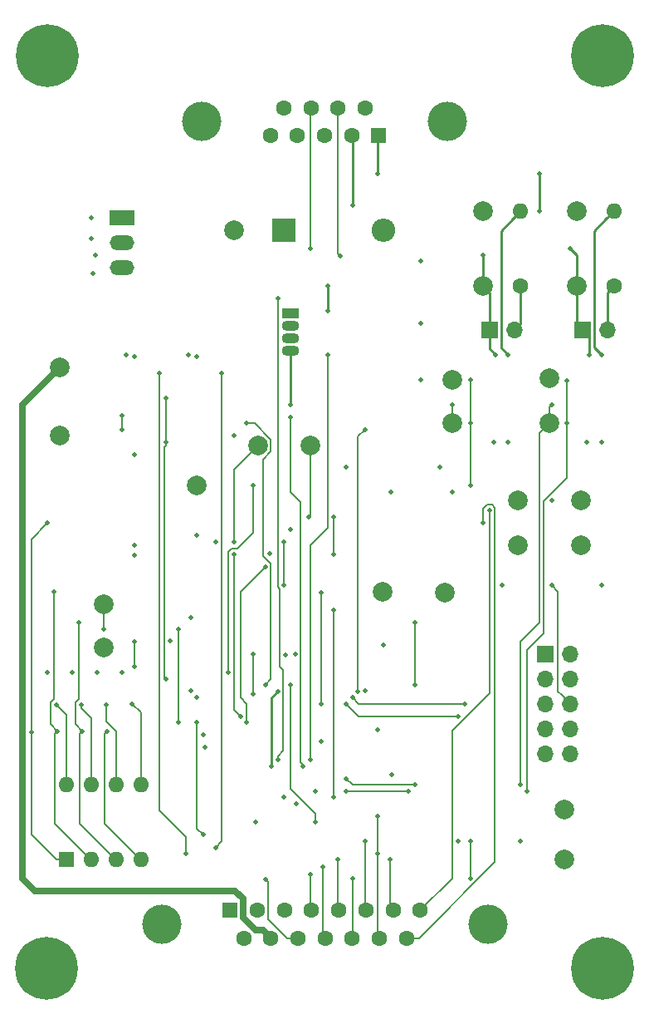
<source format=gbr>
G04 #@! TF.GenerationSoftware,KiCad,Pcbnew,(5.0.0)*
G04 #@! TF.CreationDate,2018-09-23T19:53:47-04:00*
G04 #@! TF.ProjectId,MDAS_Controller_V2,4D4441535F436F6E74726F6C6C65725F,rev?*
G04 #@! TF.SameCoordinates,Original*
G04 #@! TF.FileFunction,Copper,L4,Bot,Signal*
G04 #@! TF.FilePolarity,Positive*
%FSLAX46Y46*%
G04 Gerber Fmt 4.6, Leading zero omitted, Abs format (unit mm)*
G04 Created by KiCad (PCBNEW (5.0.0)) date 09/23/18 19:53:47*
%MOMM*%
%LPD*%
G01*
G04 APERTURE LIST*
G04 #@! TA.AperFunction,ComponentPad*
%ADD10C,2.000000*%
G04 #@! TD*
G04 #@! TA.AperFunction,ComponentPad*
%ADD11O,2.400000X2.400000*%
G04 #@! TD*
G04 #@! TA.AperFunction,ComponentPad*
%ADD12R,2.400000X2.400000*%
G04 #@! TD*
G04 #@! TA.AperFunction,ComponentPad*
%ADD13C,4.000000*%
G04 #@! TD*
G04 #@! TA.AperFunction,ComponentPad*
%ADD14C,1.600000*%
G04 #@! TD*
G04 #@! TA.AperFunction,ComponentPad*
%ADD15R,1.600000X1.600000*%
G04 #@! TD*
G04 #@! TA.AperFunction,ComponentPad*
%ADD16O,1.700000X1.700000*%
G04 #@! TD*
G04 #@! TA.AperFunction,ComponentPad*
%ADD17R,1.700000X1.700000*%
G04 #@! TD*
G04 #@! TA.AperFunction,ComponentPad*
%ADD18O,1.600000X1.600000*%
G04 #@! TD*
G04 #@! TA.AperFunction,ComponentPad*
%ADD19O,2.500000X1.500000*%
G04 #@! TD*
G04 #@! TA.AperFunction,ComponentPad*
%ADD20R,2.500000X1.500000*%
G04 #@! TD*
G04 #@! TA.AperFunction,ComponentPad*
%ADD21R,1.800000X1.070000*%
G04 #@! TD*
G04 #@! TA.AperFunction,ComponentPad*
%ADD22O,1.800000X1.070000*%
G04 #@! TD*
G04 #@! TA.AperFunction,ComponentPad*
%ADD23C,6.400000*%
G04 #@! TD*
G04 #@! TA.AperFunction,ViaPad*
%ADD24C,0.508000*%
G04 #@! TD*
G04 #@! TA.AperFunction,Conductor*
%ADD25C,0.203200*%
G04 #@! TD*
G04 #@! TA.AperFunction,Conductor*
%ADD26C,0.254000*%
G04 #@! TD*
G04 #@! TA.AperFunction,Conductor*
%ADD27C,0.635000*%
G04 #@! TD*
G04 APERTURE END LIST*
D10*
G04 #@! TO.P,SW2,1*
G04 #@! TO.N,SW2P*
X154178000Y-93345000D03*
G04 #@! TD*
D11*
G04 #@! TO.P,D2,2*
G04 #@! TO.N,GND*
X154305000Y-56515000D03*
D12*
G04 #@! TO.P,D2,1*
G04 #@! TO.N,+12V*
X144145000Y-56515000D03*
G04 #@! TD*
D13*
G04 #@! TO.P,J3,0*
G04 #@! TO.N,N/C*
X164978200Y-127251600D03*
X131678200Y-127251600D03*
D14*
G04 #@! TO.P,J3,15*
G04 #@! TO.N,SW2*
X156638200Y-128671600D03*
G04 #@! TO.P,J3,14*
G04 #@! TO.N,T5*
X153868200Y-128671600D03*
G04 #@! TO.P,J3,13*
G04 #@! TO.N,GPI2*
X151098200Y-128671600D03*
G04 #@! TO.P,J3,12*
G04 #@! TO.N,AI2H*
X148328200Y-128671600D03*
G04 #@! TO.P,J3,11*
G04 #@! TO.N,AI4H*
X145558200Y-128671600D03*
G04 #@! TO.P,J3,10*
G04 #@! TO.N,+5V*
X142788200Y-128671600D03*
G04 #@! TO.P,J3,9*
G04 #@! TO.N,GND*
X140018200Y-128671600D03*
G04 #@! TO.P,J3,8*
G04 #@! TO.N,SW1*
X158023200Y-125831600D03*
G04 #@! TO.P,J3,7*
G04 #@! TO.N,T2*
X155253200Y-125831600D03*
G04 #@! TO.P,J3,6*
G04 #@! TO.N,GPI1*
X152483200Y-125831600D03*
G04 #@! TO.P,J3,5*
G04 #@! TO.N,AI1H*
X149713200Y-125831600D03*
G04 #@! TO.P,J3,4*
G04 #@! TO.N,AI3H*
X146943200Y-125831600D03*
G04 #@! TO.P,J3,3*
G04 #@! TO.N,+3V3*
X144173200Y-125831600D03*
G04 #@! TO.P,J3,2*
G04 #@! TO.N,+12V*
X141403200Y-125831600D03*
D15*
G04 #@! TO.P,J3,1*
G04 #@! TO.N,GND*
X138633200Y-125831600D03*
G04 #@! TD*
D16*
G04 #@! TO.P,JTAG,10*
G04 #@! TO.N,GND*
X173355000Y-109855000D03*
G04 #@! TO.P,JTAG,9*
X170815000Y-109855000D03*
G04 #@! TO.P,JTAG,8*
G04 #@! TO.N,+3V3*
X173355000Y-107315000D03*
G04 #@! TO.P,JTAG,7*
G04 #@! TO.N,RXD*
X170815000Y-107315000D03*
G04 #@! TO.P,JTAG,6*
G04 #@! TO.N,RST*
X173355000Y-104775000D03*
G04 #@! TO.P,JTAG,5*
G04 #@! TO.N,TXD*
X170815000Y-104775000D03*
G04 #@! TO.P,JTAG,4*
G04 #@! TO.N,TDI*
X173355000Y-102235000D03*
G04 #@! TO.P,JTAG,3*
G04 #@! TO.N,TDO*
X170815000Y-102235000D03*
G04 #@! TO.P,JTAG,2*
G04 #@! TO.N,TMS*
X173355000Y-99695000D03*
D17*
G04 #@! TO.P,JTAG,1*
G04 #@! TO.N,TCK*
X170815000Y-99695000D03*
G04 #@! TD*
D10*
G04 #@! TO.P,AI4B,1*
G04 #@! TO.N,AI4B*
X141478000Y-78486000D03*
G04 #@! TD*
D18*
G04 #@! TO.P,R16,2*
G04 #@! TO.N,CAN0L*
X168275000Y-54610000D03*
D14*
G04 #@! TO.P,R16,1*
G04 #@! TO.N,Net-(JP2-Pad2)*
X168275000Y-62230000D03*
G04 #@! TD*
D10*
G04 #@! TO.P,CAN0L,1*
G04 #@! TO.N,CAN0L*
X164465000Y-54610000D03*
G04 #@! TD*
G04 #@! TO.P,CAN0H,1*
G04 #@! TO.N,CAN0H*
X164465000Y-62230000D03*
G04 #@! TD*
D16*
G04 #@! TO.P,JP1,2*
G04 #@! TO.N,Net-(JP1-Pad2)*
X177165000Y-66675000D03*
D17*
G04 #@! TO.P,JP1,1*
G04 #@! TO.N,CAN1H*
X174625000Y-66675000D03*
G04 #@! TD*
D16*
G04 #@! TO.P,JP2,2*
G04 #@! TO.N,Net-(JP2-Pad2)*
X167640000Y-66675000D03*
D17*
G04 #@! TO.P,JP2,1*
G04 #@! TO.N,CAN0H*
X165100000Y-66675000D03*
G04 #@! TD*
D18*
G04 #@! TO.P,R15,2*
G04 #@! TO.N,CAN1L*
X177800000Y-54610000D03*
D14*
G04 #@! TO.P,R15,1*
G04 #@! TO.N,Net-(JP1-Pad2)*
X177800000Y-62230000D03*
G04 #@! TD*
D10*
G04 #@! TO.P,RST,1*
G04 #@! TO.N,GND*
X174456817Y-84105545D03*
G04 #@! TO.P,RST,2*
G04 #@! TO.N,RST*
X174456817Y-88605545D03*
G04 #@! TO.P,RST,1*
G04 #@! TO.N,GND*
X167956817Y-84105545D03*
G04 #@! TO.P,RST,2*
G04 #@! TO.N,RST*
X167956817Y-88605545D03*
G04 #@! TD*
D18*
G04 #@! TO.P,SW1,8*
G04 #@! TO.N,Net-(R14-Pad1)*
X121920000Y-113030000D03*
G04 #@! TO.P,SW1,4*
G04 #@! TO.N,Net-(R7-Pad2)*
X129540000Y-120650000D03*
G04 #@! TO.P,SW1,7*
G04 #@! TO.N,Net-(R12-Pad1)*
X124460000Y-113030000D03*
G04 #@! TO.P,SW1,3*
G04 #@! TO.N,Net-(R9-Pad2)*
X127000000Y-120650000D03*
G04 #@! TO.P,SW1,6*
G04 #@! TO.N,Net-(R10-Pad1)*
X127000000Y-113030000D03*
G04 #@! TO.P,SW1,2*
G04 #@! TO.N,Net-(R11-Pad2)*
X124460000Y-120650000D03*
G04 #@! TO.P,SW1,5*
G04 #@! TO.N,Net-(R8-Pad1)*
X129540000Y-113030000D03*
D15*
G04 #@! TO.P,SW1,1*
G04 #@! TO.N,Net-(R13-Pad2)*
X121920000Y-120650000D03*
G04 #@! TD*
D10*
G04 #@! TO.P,+12V,1*
G04 #@! TO.N,+12V*
X139065000Y-56515000D03*
G04 #@! TD*
G04 #@! TO.P,+5V,1*
G04 #@! TO.N,+5V*
X121285000Y-70485000D03*
G04 #@! TD*
G04 #@! TO.P,+3V3,1*
G04 #@! TO.N,+3V3*
X135255000Y-82550000D03*
G04 #@! TD*
G04 #@! TO.P,T2,1*
G04 #@! TO.N,T2*
X172720000Y-120650000D03*
G04 #@! TD*
G04 #@! TO.P,T5,1*
G04 #@! TO.N,T5*
X172720000Y-115570000D03*
G04 #@! TD*
G04 #@! TO.P,GND,1*
G04 #@! TO.N,GND*
X121285000Y-77470000D03*
G04 #@! TD*
G04 #@! TO.P,SW1,1*
G04 #@! TO.N,SW1P*
X160528000Y-93472000D03*
G04 #@! TD*
G04 #@! TO.P,CAN1H,1*
G04 #@! TO.N,CAN1H*
X173990000Y-62230000D03*
G04 #@! TD*
G04 #@! TO.P,CAN1L,1*
G04 #@! TO.N,CAN1L*
X173990000Y-54610000D03*
G04 #@! TD*
G04 #@! TO.P,AI3B,1*
G04 #@! TO.N,AI3B*
X146812000Y-78486000D03*
G04 #@! TD*
G04 #@! TO.P,AI1B,1*
G04 #@! TO.N,AI1B*
X125730000Y-99060000D03*
G04 #@! TD*
G04 #@! TO.P,AI2B,1*
G04 #@! TO.N,AI2B*
X125730000Y-94615000D03*
G04 #@! TD*
D19*
G04 #@! TO.P,U2,3*
G04 #@! TO.N,+5V*
X127635000Y-60325000D03*
G04 #@! TO.P,U2,2*
G04 #@! TO.N,GND*
X127635000Y-57785000D03*
D20*
G04 #@! TO.P,U2,1*
G04 #@! TO.N,+12V*
X127635000Y-55245000D03*
G04 #@! TD*
D21*
G04 #@! TO.P,D3,1*
G04 #@! TO.N,Net-(D3-Pad1)*
X144780000Y-65024000D03*
D22*
G04 #@! TO.P,D3,2*
G04 #@! TO.N,+5V*
X144780000Y-66294000D03*
G04 #@! TO.P,D3,3*
G04 #@! TO.N,Net-(D3-Pad3)*
X144780000Y-67564000D03*
G04 #@! TO.P,D3,4*
G04 #@! TO.N,Net-(D3-Pad4)*
X144780000Y-68834000D03*
G04 #@! TD*
D23*
G04 #@! TO.P,MH1,1*
G04 #@! TO.N,Net-(MH1-Pad1)*
X119942620Y-38809940D03*
G04 #@! TD*
G04 #@! TO.P,MH2,1*
G04 #@! TO.N,Net-(MH2-Pad1)*
X176599840Y-38812480D03*
G04 #@! TD*
G04 #@! TO.P,MH3,1*
G04 #@! TO.N,Net-(MH3-Pad1)*
X119935000Y-131728200D03*
G04 #@! TD*
G04 #@! TO.P,MH4,1*
G04 #@! TO.N,Net-(MH4-Pad1)*
X176610000Y-131728200D03*
G04 #@! TD*
D15*
G04 #@! TO.P,J2,1*
G04 #@! TO.N,CAN1L*
X153801200Y-46913800D03*
D14*
G04 #@! TO.P,J2,2*
G04 #@! TO.N,CAN0L*
X151031200Y-46913800D03*
G04 #@! TO.P,J2,3*
G04 #@! TO.N,GND*
X148261200Y-46913800D03*
G04 #@! TO.P,J2,4*
G04 #@! TO.N,Net-(J2-Pad4)*
X145491200Y-46913800D03*
G04 #@! TO.P,J2,5*
G04 #@! TO.N,Net-(J2-Pad5)*
X142721200Y-46913800D03*
G04 #@! TO.P,J2,6*
G04 #@! TO.N,GND*
X152416200Y-44073800D03*
G04 #@! TO.P,J2,7*
G04 #@! TO.N,CAN0H*
X149646200Y-44073800D03*
G04 #@! TO.P,J2,8*
G04 #@! TO.N,CAN1H*
X146876200Y-44073800D03*
G04 #@! TO.P,J2,9*
G04 #@! TO.N,+12V*
X144106200Y-44073800D03*
D13*
G04 #@! TO.P,J2,0*
G04 #@! TO.N,N/C*
X160761200Y-45493800D03*
X135761200Y-45493800D03*
G04 #@! TD*
D10*
G04 #@! TO.P,CAN0RX,1*
G04 #@! TO.N,CAN0RX*
X161290000Y-76200000D03*
G04 #@! TD*
G04 #@! TO.P,CAN0TX,1*
G04 #@! TO.N,CAN0TX*
X161290000Y-71755000D03*
G04 #@! TD*
G04 #@! TO.P,CAN1RX,1*
G04 #@! TO.N,CAN1RX*
X171196000Y-76200000D03*
G04 #@! TD*
G04 #@! TO.P,CAN1TX,1*
G04 #@! TO.N,CAN1TX*
X171196000Y-71628000D03*
G04 #@! TD*
D24*
G04 #@! TO.N,RST*
X171450000Y-92710000D03*
G04 #@! TO.N,GND*
X124861000Y-59055000D03*
X124460000Y-57367500D03*
X128884534Y-69415466D03*
X135234534Y-69415466D03*
X128905000Y-88646000D03*
X137160000Y-88265000D03*
X158115000Y-66040000D03*
X158115000Y-59690000D03*
X158115000Y-71755000D03*
X165495000Y-78105000D03*
X175020000Y-78105000D03*
X150495000Y-80645000D03*
X144780000Y-86995000D03*
X134620000Y-96012000D03*
X136070000Y-109220000D03*
X141210000Y-116840000D03*
X155128367Y-112014000D03*
X154305000Y-98820000D03*
X153670000Y-107430000D03*
X171450000Y-84105545D03*
X176530000Y-92710000D03*
X144260000Y-99810000D03*
X135255000Y-104140000D03*
X145415000Y-114935000D03*
X155067000Y-83185000D03*
X161290000Y-83185000D03*
X120015000Y-101600000D03*
X122555000Y-101600000D03*
X125095000Y-101600000D03*
X127635000Y-101600000D03*
X168275000Y-118745000D03*
X161925000Y-118745000D03*
X139065000Y-77470000D03*
X147320000Y-113665000D03*
G04 #@! TO.N,+3V3*
X135255000Y-87630000D03*
X167005000Y-78105000D03*
X176530000Y-78105000D03*
X160020000Y-80645000D03*
X142635000Y-89455000D03*
X132475000Y-98345000D03*
X135890000Y-107930000D03*
X152400000Y-103494000D03*
X147955000Y-108585000D03*
X166370000Y-92710000D03*
X145265000Y-99695000D03*
X134620000Y-103430000D03*
X144145000Y-114300000D03*
G04 #@! TO.N,Net-(C10-Pad1)*
X142875000Y-111125000D03*
X143510000Y-103505000D03*
G04 #@! TO.N,+12V*
X124460000Y-55245000D03*
G04 #@! TO.N,+5V*
X124677500Y-60960000D03*
X128030000Y-69215000D03*
X134380000Y-69215000D03*
X128905000Y-89648000D03*
X128905000Y-79375000D03*
G04 #@! TO.N,Net-(D3-Pad1)*
X148590000Y-64770000D03*
X148590000Y-62230000D03*
G04 #@! TO.N,Net-(D3-Pad4)*
X144780000Y-74295000D03*
G04 #@! TO.N,GPI1*
X152400000Y-118745000D03*
G04 #@! TO.N,GPI2*
X163195000Y-118745000D03*
X163195000Y-122555000D03*
X151130000Y-122555000D03*
G04 #@! TO.N,TDI*
X157480000Y-102870000D03*
X157480000Y-96520000D03*
G04 #@! TO.N,TXD*
X162560000Y-104775000D03*
X151130000Y-104140000D03*
G04 #@! TO.N,RXD*
X161925000Y-106045000D03*
X150495000Y-104775000D03*
G04 #@! TO.N,CAN1L*
X170180000Y-54610000D03*
X170180000Y-50800000D03*
X153670000Y-50800000D03*
X176530000Y-69215000D03*
G04 #@! TO.N,CAN0L*
X151130000Y-53975000D03*
X167005000Y-69215000D03*
G04 #@! TO.N,CAN0H*
X164465000Y-59055000D03*
X165735000Y-69215000D03*
X149860000Y-59182000D03*
G04 #@! TO.N,CAN1H*
X173355000Y-58420000D03*
X175260000Y-69215000D03*
X146812000Y-58420000D03*
G04 #@! TO.N,AI4H*
X142240000Y-122682000D03*
G04 #@! TO.N,AI2H*
X148082000Y-121412000D03*
G04 #@! TO.N,SW2*
X164465000Y-86360000D03*
G04 #@! TO.N,T2*
X154940000Y-120650000D03*
X137795000Y-71120000D03*
X137160000Y-119448610D03*
G04 #@! TO.N,AI3H*
X146812000Y-122174000D03*
G04 #@! TO.N,AI1H*
X149606000Y-120650000D03*
G04 #@! TO.N,SW1*
X165100000Y-85090000D03*
G04 #@! TO.N,T5*
X153670000Y-116205000D03*
X131445000Y-71120000D03*
X134162800Y-120015000D03*
X153670000Y-120015000D03*
G04 #@! TO.N,LED_R*
X143510000Y-63500000D03*
X143510000Y-110490000D03*
G04 #@! TO.N,LED_G*
X144780000Y-75565000D03*
X146050000Y-111125000D03*
G04 #@! TO.N,LED_B*
X148590000Y-69215000D03*
X146812000Y-110490000D03*
G04 #@! TO.N,SCL*
X152400000Y-76835000D03*
X151688905Y-103506318D03*
G04 #@! TO.N,SDA*
X127635000Y-76835000D03*
X127635000Y-75401200D03*
X132080000Y-78105000D03*
X132080000Y-73660000D03*
X132080000Y-102235000D03*
G04 #@! TO.N,Net-(R7-Pad2)*
X126111000Y-107569000D03*
X133350000Y-106680000D03*
X133350000Y-97155000D03*
G04 #@! TO.N,Net-(R8-Pad1)*
X128651000Y-104775000D03*
G04 #@! TO.N,Net-(R9-Pad2)*
X123571000Y-107569000D03*
X123190000Y-96520000D03*
G04 #@! TO.N,Net-(R10-Pad1)*
X125984000Y-104902000D03*
G04 #@! TO.N,Net-(R11-Pad2)*
X121031000Y-107569000D03*
X120650000Y-93345000D03*
X144145000Y-92710000D03*
X144145000Y-88265000D03*
G04 #@! TO.N,Net-(R12-Pad1)*
X123444000Y-104902000D03*
G04 #@! TO.N,Net-(R13-Pad2)*
X118364000Y-107696000D03*
X120015000Y-86360000D03*
G04 #@! TO.N,Net-(R14-Pad1)*
X120904000Y-104902000D03*
G04 #@! TO.N,AI4B*
X139700000Y-106045000D03*
X139065000Y-89535000D03*
X139065000Y-88265000D03*
G04 #@! TO.N,AI3B*
X142240000Y-90805000D03*
X146685000Y-85725000D03*
X149225000Y-85725000D03*
X149225000Y-89535000D03*
X140335000Y-106680000D03*
G04 #@! TO.N,AI1B*
X140970000Y-99695000D03*
X140970000Y-103835200D03*
G04 #@! TO.N,AI2B*
X128905000Y-98425000D03*
X128905000Y-100985601D03*
X125730000Y-97155000D03*
G04 #@! TO.N,CAN1RX*
X171450000Y-74295000D03*
X168275000Y-113030000D03*
X157480000Y-113030000D03*
X150495000Y-112395000D03*
G04 #@! TO.N,CAN1TX*
X172974000Y-76200000D03*
X172974000Y-71882000D03*
X150495000Y-113665000D03*
X156845000Y-113665000D03*
X168910000Y-113665000D03*
G04 #@! TO.N,CAN0RX*
X161290000Y-74295000D03*
X140335000Y-76200000D03*
X142240000Y-102870000D03*
G04 #@! TO.N,CAN0TX*
X163195000Y-76200000D03*
X163195000Y-71755000D03*
X163195000Y-82550000D03*
X140970000Y-82550000D03*
X138430000Y-101600000D03*
G04 #@! TO.N,SW1P*
X149225000Y-114300000D03*
X149225000Y-95250000D03*
G04 #@! TO.N,SW2P*
X147955000Y-104775000D03*
X147955000Y-93472000D03*
G04 #@! TO.N,Net-(C26-Pad1)*
X147320000Y-116840000D03*
X144780000Y-102870000D03*
G04 #@! TO.N,Net-(C27-Pad1)*
X135890000Y-118110000D03*
X135255000Y-106680000D03*
G04 #@! TD*
D25*
G04 #@! TO.N,RST*
X172505001Y-103925001D02*
X173355000Y-104775000D01*
X172085000Y-103505000D02*
X172505001Y-103925001D01*
X172085000Y-93345000D02*
X172085000Y-103505000D01*
X171450000Y-92710000D02*
X172085000Y-93345000D01*
D26*
G04 #@! TO.N,Net-(C10-Pad1)*
X142875000Y-111125000D02*
X142875000Y-104140000D01*
X142875000Y-104140000D02*
X143510000Y-103505000D01*
D27*
G04 #@! TO.N,+5V*
X117475000Y-74295000D02*
X121285000Y-70485000D01*
X117475000Y-122555000D02*
X117475000Y-74295000D01*
X118745000Y-123825000D02*
X117475000Y-122555000D01*
X141988201Y-127871601D02*
X141206601Y-127871601D01*
X141206601Y-127871601D02*
X139928501Y-126593501D01*
X139928501Y-126593501D02*
X139928501Y-124635359D01*
X139928501Y-124635359D02*
X139118142Y-123825000D01*
X142788200Y-128671600D02*
X141988201Y-127871601D01*
X139118142Y-123825000D02*
X118745000Y-123825000D01*
D26*
G04 #@! TO.N,Net-(D3-Pad1)*
X148590000Y-64770000D02*
X148590000Y-62230000D01*
G04 #@! TO.N,Net-(D3-Pad4)*
X144780000Y-68834000D02*
X144780000Y-74295000D01*
D25*
G04 #@! TO.N,GPI1*
X152400000Y-125748400D02*
X152483200Y-125831600D01*
X152400000Y-118745000D02*
X152400000Y-125748400D01*
G04 #@! TO.N,GPI2*
X163195000Y-118745000D02*
X163195000Y-122555000D01*
X151130000Y-128639800D02*
X151098200Y-128671600D01*
X151130000Y-122555000D02*
X151130000Y-128639800D01*
G04 #@! TO.N,TDI*
X157480000Y-102870000D02*
X157480000Y-96520000D01*
G04 #@! TO.N,TXD*
X162560000Y-104775000D02*
X151765000Y-104775000D01*
X151765000Y-104775000D02*
X151130000Y-104140000D01*
G04 #@! TO.N,RXD*
X161925000Y-106045000D02*
X151765000Y-106045000D01*
X151765000Y-106045000D02*
X150495000Y-104775000D01*
D26*
G04 #@! TO.N,CAN1L*
X170180000Y-54610000D02*
X170180000Y-50800000D01*
X153670000Y-47045000D02*
X153801200Y-46913800D01*
X153670000Y-50800000D02*
X153670000Y-47045000D01*
X177000001Y-55409999D02*
X177800000Y-54610000D01*
X175805201Y-56604799D02*
X177000001Y-55409999D01*
X175805201Y-68490201D02*
X175805201Y-56604799D01*
X176530000Y-69215000D02*
X175805201Y-68490201D01*
G04 #@! TO.N,CAN0L*
X151130000Y-47012600D02*
X151031200Y-46913800D01*
X151130000Y-53975000D02*
X151130000Y-47012600D01*
X167475001Y-55409999D02*
X168275000Y-54610000D01*
X166280201Y-56604799D02*
X167475001Y-55409999D01*
X166280201Y-68490201D02*
X166280201Y-56604799D01*
X167005000Y-69215000D02*
X166280201Y-68490201D01*
G04 #@! TO.N,CAN0H*
X165100000Y-62865000D02*
X164465000Y-62230000D01*
X165100000Y-66675000D02*
X165100000Y-62865000D01*
X164465000Y-62230000D02*
X164465000Y-59055000D01*
X149860000Y-44287600D02*
X149646200Y-44073800D01*
X165100000Y-66675000D02*
X165100000Y-68580000D01*
X165100000Y-68580000D02*
X165735000Y-69215000D01*
D25*
X149606000Y-44114000D02*
X149646200Y-44073800D01*
X149860000Y-59182000D02*
X149606000Y-58928000D01*
X149606000Y-58928000D02*
X149606000Y-44114000D01*
D26*
G04 #@! TO.N,CAN1H*
X173990000Y-66040000D02*
X174625000Y-66675000D01*
X173990000Y-62230000D02*
X173990000Y-66040000D01*
X173990000Y-62230000D02*
X173990000Y-59055000D01*
X173990000Y-59055000D02*
X173355000Y-58420000D01*
X146685000Y-44265000D02*
X146876200Y-44073800D01*
X175260000Y-67310000D02*
X174625000Y-66675000D01*
X175260000Y-69215000D02*
X175260000Y-67310000D01*
D25*
X146812000Y-44138000D02*
X146876200Y-44073800D01*
X146812000Y-58420000D02*
X146812000Y-44138000D01*
G04 #@! TO.N,AI4H*
X144423306Y-128671600D02*
X145558200Y-128671600D01*
X142508001Y-126756295D02*
X144423306Y-128671600D01*
X142508001Y-122950001D02*
X142508001Y-126756295D01*
X142240000Y-122682000D02*
X142508001Y-122950001D01*
G04 #@! TO.N,AI2H*
X148082000Y-128425400D02*
X148328200Y-128671600D01*
X148082000Y-121412000D02*
X148082000Y-128425400D01*
G04 #@! TO.N,SW2*
X164465000Y-84897974D02*
X164831775Y-84531199D01*
X164465000Y-86360000D02*
X164465000Y-84897974D01*
X164831775Y-84531199D02*
X165368225Y-84531199D01*
X165368225Y-84531199D02*
X165658801Y-84821775D01*
X157769570Y-128671600D02*
X156638200Y-128671600D01*
X157905426Y-128671600D02*
X157769570Y-128671600D01*
X165658801Y-120918225D02*
X157905426Y-128671600D01*
X165658801Y-84821775D02*
X165658801Y-120918225D01*
G04 #@! TO.N,T2*
X154940000Y-125518400D02*
X155253200Y-125831600D01*
X154940000Y-120650000D02*
X154940000Y-125518400D01*
X137795000Y-71120000D02*
X137795000Y-118813610D01*
X137795000Y-118813610D02*
X137160000Y-119448610D01*
G04 #@! TO.N,AI3H*
X146812000Y-125700400D02*
X146943200Y-125831600D01*
X146812000Y-122174000D02*
X146812000Y-125700400D01*
G04 #@! TO.N,AI1H*
X149606000Y-125724400D02*
X149713200Y-125831600D01*
X149606000Y-120650000D02*
X149606000Y-125724400D01*
G04 #@! TO.N,SW1*
X165100000Y-85090000D02*
X165100000Y-103697026D01*
X165100000Y-103697026D02*
X161290000Y-107507026D01*
X161290000Y-122564800D02*
X158023200Y-125831600D01*
X161290000Y-107507026D02*
X161290000Y-122564800D01*
G04 #@! TO.N,T5*
X153670000Y-128473400D02*
X153868200Y-128671600D01*
X153670000Y-116205000D02*
X153670000Y-128473400D01*
X134162801Y-119837199D02*
X134010410Y-119989590D01*
X134162801Y-118349775D02*
X134162801Y-119837199D01*
X131445000Y-71120000D02*
X131445000Y-115631974D01*
X131445000Y-115631974D02*
X134162801Y-118349775D01*
X134010410Y-119989590D02*
X134137390Y-119989590D01*
X134137390Y-119989590D02*
X134162800Y-120015000D01*
D26*
G04 #@! TO.N,Net-(JP1-Pad2)*
X177165000Y-62865000D02*
X177800000Y-62230000D01*
X177165000Y-66675000D02*
X177165000Y-62865000D01*
G04 #@! TO.N,Net-(JP2-Pad2)*
X168275000Y-66040000D02*
X167640000Y-66675000D01*
X168275000Y-62230000D02*
X168275000Y-66040000D01*
D25*
G04 #@! TO.N,LED_R*
X143510000Y-92902026D02*
X143510000Y-63500000D01*
X143726599Y-93118625D02*
X143510000Y-92902026D01*
X143510000Y-110490000D02*
X143510000Y-110130790D01*
X143726599Y-100989573D02*
X143726599Y-93118625D01*
X144043401Y-101306375D02*
X143726599Y-100989573D01*
X144043401Y-109597389D02*
X144043401Y-101306375D01*
X143510000Y-110130790D02*
X144043401Y-109597389D01*
G04 #@! TO.N,LED_G*
X145798401Y-84203401D02*
X145798401Y-110741599D01*
X144780000Y-75565000D02*
X144780000Y-83185000D01*
X144780000Y-83185000D02*
X145798401Y-84203401D01*
X145798401Y-110741599D02*
X146050000Y-110993198D01*
X146050000Y-110993198D02*
X146050000Y-111125000D01*
G04 #@! TO.N,LED_B*
X146812000Y-88646000D02*
X148590000Y-86868000D01*
X146812000Y-110490000D02*
X146812000Y-88646000D01*
X148590000Y-69215000D02*
X148590000Y-86868000D01*
G04 #@! TO.N,SCL*
X152400000Y-76835000D02*
X151688905Y-77546095D01*
X151688905Y-77546095D02*
X151688905Y-103506318D01*
G04 #@! TO.N,SDA*
X127635000Y-76835000D02*
X127635000Y-75401200D01*
X132080000Y-78105000D02*
X132080000Y-73660000D01*
X131916199Y-102071199D02*
X132080000Y-102235000D01*
X131916199Y-78628011D02*
X131916199Y-102071199D01*
X132080000Y-78105000D02*
X132080000Y-78464210D01*
X132080000Y-78464210D02*
X131916199Y-78628011D01*
G04 #@! TO.N,Net-(R7-Pad2)*
X128740001Y-119850001D02*
X129540000Y-120650000D01*
X125857001Y-116967001D02*
X128740001Y-119850001D01*
X125857001Y-107822999D02*
X125857001Y-116967001D01*
X126111000Y-107569000D02*
X125857001Y-107822999D01*
X133350000Y-106680000D02*
X133350000Y-97155000D01*
G04 #@! TO.N,Net-(R8-Pad1)*
X129540000Y-105664000D02*
X129540000Y-113030000D01*
X128651000Y-104775000D02*
X129540000Y-105664000D01*
G04 #@! TO.N,Net-(R9-Pad2)*
X126200001Y-119850001D02*
X127000000Y-120650000D01*
X123317001Y-116967001D02*
X126200001Y-119850001D01*
X123317001Y-107822999D02*
X123317001Y-116967001D01*
X123571000Y-107569000D02*
X123317001Y-107822999D01*
X123190000Y-104328974D02*
X123190000Y-96520000D01*
X122885199Y-104633775D02*
X123190000Y-104328974D01*
X123571000Y-107569000D02*
X122885199Y-106883199D01*
X122885199Y-106883199D02*
X122885199Y-104633775D01*
G04 #@! TO.N,Net-(R10-Pad1)*
X127000000Y-107630974D02*
X127000000Y-113030000D01*
X125984000Y-106614974D02*
X127000000Y-107630974D01*
X125984000Y-104902000D02*
X125984000Y-106614974D01*
G04 #@! TO.N,Net-(R11-Pad2)*
X123660001Y-119850001D02*
X124460000Y-120650000D01*
X120777001Y-116967001D02*
X123660001Y-119850001D01*
X120777001Y-107822999D02*
X120777001Y-116967001D01*
X121031000Y-107569000D02*
X120777001Y-107822999D01*
X120650000Y-104328974D02*
X120650000Y-93345000D01*
X120345199Y-104633775D02*
X120650000Y-104328974D01*
X121031000Y-107569000D02*
X120345199Y-106883199D01*
X120345199Y-106883199D02*
X120345199Y-104633775D01*
X144145000Y-92710000D02*
X144145000Y-88265000D01*
G04 #@! TO.N,Net-(R12-Pad1)*
X124460000Y-106277210D02*
X124460000Y-113030000D01*
X123444000Y-105261210D02*
X124460000Y-106277210D01*
X123444000Y-104902000D02*
X123444000Y-105261210D01*
G04 #@! TO.N,Net-(R13-Pad2)*
X120916800Y-120650000D02*
X121920000Y-120650000D01*
X118364000Y-118097200D02*
X120916800Y-120650000D01*
X118364000Y-107696000D02*
X118364000Y-118097200D01*
X118364000Y-107696000D02*
X118364000Y-88011000D01*
X118364000Y-88011000D02*
X120015000Y-86360000D01*
G04 #@! TO.N,Net-(R14-Pad1)*
X121920000Y-105918000D02*
X121920000Y-113030000D01*
X120904000Y-104902000D02*
X121920000Y-105918000D01*
G04 #@! TO.N,AI4B*
X139700000Y-106045000D02*
X139065000Y-105410000D01*
X139065000Y-105410000D02*
X139065000Y-89535000D01*
X139065000Y-80899000D02*
X141478000Y-78486000D01*
X139065000Y-88265000D02*
X139065000Y-80899000D01*
G04 #@! TO.N,AI3B*
X139700000Y-93345000D02*
X142240000Y-90805000D01*
X146812000Y-78486000D02*
X146812000Y-85598000D01*
X146812000Y-85598000D02*
X146685000Y-85725000D01*
X149225000Y-85725000D02*
X149225000Y-89535000D01*
X140335000Y-106680000D02*
X140335000Y-104775000D01*
X140335000Y-104775000D02*
X139700000Y-104140000D01*
X139700000Y-104140000D02*
X139700000Y-93345000D01*
G04 #@! TO.N,AI1B*
X140970000Y-99695000D02*
X140970000Y-103835200D01*
G04 #@! TO.N,AI2B*
X128905000Y-98425000D02*
X128905000Y-100985601D01*
X125730000Y-97155000D02*
X125730000Y-94615000D01*
G04 #@! TO.N,CAN1RX*
X171196000Y-76200000D02*
X171196000Y-74549000D01*
X171196000Y-74549000D02*
X171450000Y-74295000D01*
X170196001Y-77199999D02*
X170196001Y-96503999D01*
X171196000Y-76200000D02*
X170196001Y-77199999D01*
X170196001Y-96503999D02*
X168275000Y-98425000D01*
X168275000Y-98425000D02*
X168275000Y-113030000D01*
X157480000Y-113030000D02*
X151130000Y-113030000D01*
X151130000Y-113030000D02*
X150495000Y-112395000D01*
G04 #@! TO.N,CAN1TX*
X172974000Y-76200000D02*
X172974000Y-71882000D01*
X172974000Y-81754519D02*
X170602411Y-84126108D01*
X172974000Y-76200000D02*
X172974000Y-81754519D01*
X170602411Y-84126108D02*
X170602411Y-97658947D01*
X156845000Y-113665000D02*
X150495000Y-113665000D01*
X170602411Y-97658947D02*
X168910000Y-99351358D01*
X168910000Y-99351358D02*
X168910000Y-113665000D01*
G04 #@! TO.N,CAN0RX*
X161290000Y-76200000D02*
X161290000Y-74295000D01*
X142798801Y-102311199D02*
X142240000Y-102870000D01*
X142798801Y-90536775D02*
X142798801Y-102311199D01*
X140335000Y-76200000D02*
X141123106Y-76200000D01*
X142782801Y-77859695D02*
X142782801Y-79112305D01*
X141123106Y-76200000D02*
X142782801Y-77859695D01*
X142782801Y-79112305D02*
X141971775Y-79923331D01*
X141971775Y-79923331D02*
X141971775Y-89709749D01*
X141971775Y-89709749D02*
X142798801Y-90536775D01*
G04 #@! TO.N,CAN0TX*
X163195000Y-76200000D02*
X163195000Y-71755000D01*
X163195000Y-76200000D02*
X163195000Y-82550000D01*
X138430000Y-89342974D02*
X138430000Y-101600000D01*
X138796775Y-88976199D02*
X138430000Y-89342974D01*
X139333225Y-88976199D02*
X138796775Y-88976199D01*
X140970000Y-82550000D02*
X140970000Y-87339424D01*
X140970000Y-87339424D02*
X139333225Y-88976199D01*
G04 #@! TO.N,SW1P*
X149225000Y-114300000D02*
X149225000Y-95250000D01*
G04 #@! TO.N,SW2P*
X147955000Y-104775000D02*
X147955000Y-93472000D01*
G04 #@! TO.N,Net-(C26-Pad1)*
X144780000Y-113472974D02*
X144780000Y-102870000D01*
X147320000Y-116840000D02*
X147320000Y-116012974D01*
X147320000Y-116012974D02*
X144780000Y-113472974D01*
G04 #@! TO.N,Net-(C27-Pad1)*
X135890000Y-118110000D02*
X135255000Y-117475000D01*
X135255000Y-117475000D02*
X135255000Y-106680000D01*
G04 #@! TD*
M02*

</source>
